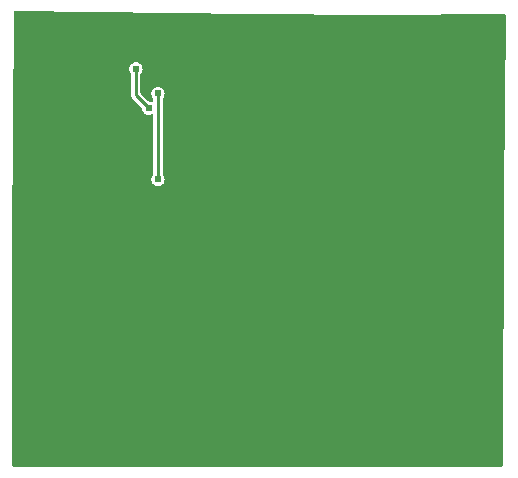
<source format=gbl>
G04 Layer: BottomLayer*
G04 EasyEDA v6.5.22, 2022-10-29 05:24:55*
G04 0d69cdd4dafa4356a4bc9da831f61fa8,b3227826631d40d5b2108dfee29276d7,10*
G04 Gerber Generator version 0.2*
G04 Scale: 100 percent, Rotated: No, Reflected: No *
G04 Dimensions in millimeters *
G04 leading zeros omitted , absolute positions ,4 integer and 5 decimal *
%FSLAX45Y45*%
%MOMM*%

%ADD10C,0.2540*%
%ADD11C,0.6100*%

%LPD*%
G36*
X36068Y25908D02*
G01*
X32156Y26670D01*
X28905Y28905D01*
X26670Y32156D01*
X25908Y36068D01*
X25908Y1917649D01*
X38354Y3875125D01*
X39166Y3879037D01*
X41402Y3882339D01*
X44754Y3884523D01*
X48666Y3885234D01*
X2044395Y3860292D01*
X3124555Y3847592D01*
X4192625Y3859885D01*
X4196537Y3859123D01*
X4199890Y3856888D01*
X4202125Y3853586D01*
X4202887Y3849624D01*
X4190492Y2324252D01*
X4177995Y36017D01*
X4177182Y32156D01*
X4174998Y28854D01*
X4171696Y26670D01*
X4167835Y25908D01*
G37*

%LPC*%
G36*
X1258671Y2402128D02*
G01*
X1268425Y2402992D01*
X1277924Y2405532D01*
X1286814Y2409698D01*
X1294892Y2415286D01*
X1301851Y2422245D01*
X1307439Y2430322D01*
X1311605Y2439212D01*
X1314145Y2448712D01*
X1315008Y2458466D01*
X1314145Y2468270D01*
X1311605Y2477770D01*
X1307439Y2486660D01*
X1301851Y2494737D01*
X1300226Y2496312D01*
X1298041Y2499614D01*
X1297279Y2503525D01*
X1297279Y3141167D01*
X1298041Y3145078D01*
X1300226Y3148380D01*
X1301851Y3149955D01*
X1307439Y3158032D01*
X1311605Y3166922D01*
X1314145Y3176422D01*
X1315008Y3186176D01*
X1314145Y3195980D01*
X1311605Y3205480D01*
X1307439Y3214370D01*
X1301851Y3222447D01*
X1294892Y3229406D01*
X1286814Y3234994D01*
X1277924Y3239160D01*
X1268425Y3241700D01*
X1258671Y3242564D01*
X1248867Y3241700D01*
X1239367Y3239160D01*
X1230477Y3234994D01*
X1222400Y3229406D01*
X1215440Y3222447D01*
X1209852Y3214370D01*
X1205687Y3205480D01*
X1203147Y3195980D01*
X1202283Y3186176D01*
X1203147Y3176422D01*
X1205687Y3166922D01*
X1209852Y3158032D01*
X1215440Y3149955D01*
X1217066Y3148380D01*
X1219250Y3145078D01*
X1220063Y3141167D01*
X1220063Y3120339D01*
X1219250Y3116376D01*
X1216914Y3113024D01*
X1213510Y3110839D01*
X1209548Y3110179D01*
X1205585Y3111144D01*
X1199083Y3114141D01*
X1189583Y3116681D01*
X1181557Y3117392D01*
X1178153Y3118307D01*
X1175258Y3120339D01*
X1113840Y3181756D01*
X1111656Y3185058D01*
X1110894Y3188919D01*
X1110894Y3349548D01*
X1111656Y3353409D01*
X1113840Y3356711D01*
X1115466Y3358337D01*
X1121054Y3366363D01*
X1125220Y3375253D01*
X1127760Y3384753D01*
X1128623Y3394557D01*
X1127760Y3404362D01*
X1125220Y3413861D01*
X1121054Y3422751D01*
X1115466Y3430778D01*
X1108506Y3437737D01*
X1100429Y3443376D01*
X1091539Y3447542D01*
X1082040Y3450082D01*
X1072286Y3450945D01*
X1062482Y3450082D01*
X1052982Y3447542D01*
X1044092Y3443376D01*
X1036015Y3437737D01*
X1029055Y3430778D01*
X1023467Y3422751D01*
X1019302Y3413861D01*
X1016762Y3404362D01*
X1015898Y3394557D01*
X1016762Y3384753D01*
X1019302Y3375253D01*
X1023467Y3366363D01*
X1029055Y3358337D01*
X1030681Y3356711D01*
X1032865Y3353409D01*
X1033678Y3349548D01*
X1033678Y3169208D01*
X1034440Y3161182D01*
X1036624Y3153968D01*
X1040180Y3147314D01*
X1045311Y3141065D01*
X1120648Y3065729D01*
X1122680Y3062833D01*
X1123594Y3059430D01*
X1124305Y3051403D01*
X1126845Y3041904D01*
X1131011Y3033014D01*
X1136599Y3024936D01*
X1143558Y3017977D01*
X1151636Y3012389D01*
X1160526Y3008223D01*
X1170025Y3005683D01*
X1179830Y3004820D01*
X1189583Y3005683D01*
X1199083Y3008223D01*
X1205585Y3011220D01*
X1209548Y3012186D01*
X1213510Y3011525D01*
X1216914Y3009341D01*
X1219250Y3005988D01*
X1220063Y3002026D01*
X1220063Y2503525D01*
X1219250Y2499614D01*
X1217066Y2496312D01*
X1215440Y2494737D01*
X1209852Y2486660D01*
X1205687Y2477770D01*
X1203147Y2468270D01*
X1202283Y2458466D01*
X1203147Y2448712D01*
X1205687Y2439212D01*
X1209852Y2430322D01*
X1215440Y2422245D01*
X1222400Y2415286D01*
X1230477Y2409698D01*
X1239367Y2405532D01*
X1248867Y2402992D01*
G37*

%LPD*%
D10*
X1179931Y2435885D02*
G01*
X989914Y2435885D01*
X912774Y2358745D01*
X1179931Y2650312D02*
G01*
X1179931Y2435885D01*
X1179931Y2435885D02*
G01*
X1218742Y2397074D01*
X1289557Y2397074D01*
X1506956Y2614472D01*
X1506956Y2669031D01*
X1258646Y3186201D02*
G01*
X1258646Y2458491D01*
X1179804Y3061182D02*
G01*
X1072261Y3168726D01*
X1072261Y3394557D01*
D11*
G01*
X1072261Y3394557D03*
G01*
X1179804Y3061182D03*
G01*
X1258646Y3186201D03*
G01*
X1258646Y2458491D03*
G01*
X912774Y2358745D03*
G01*
X1179931Y2650312D03*
G01*
X1506956Y2669031D03*
M02*

</source>
